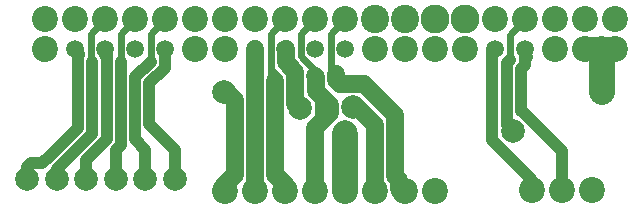
<source format=gbr>
%TF.GenerationSoftware,KiCad,Pcbnew,(5.1.6)-1*%
%TF.CreationDate,2025-02-09T14:16:28-05:00*%
%TF.ProjectId,test_mother_board,74657374-5f6d-46f7-9468-65725f626f61,rev?*%
%TF.SameCoordinates,PX623a7c0PY510ff40*%
%TF.FileFunction,Copper,L2,Bot*%
%TF.FilePolarity,Positive*%
%FSLAX46Y46*%
G04 Gerber Fmt 4.6, Leading zero omitted, Abs format (unit mm)*
G04 Created by KiCad (PCBNEW (5.1.6)-1) date 2025-02-09 14:16:28*
%MOMM*%
%LPD*%
G01*
G04 APERTURE LIST*
%TA.AperFunction,ComponentPad*%
%ADD10C,2.200000*%
%TD*%
%TA.AperFunction,ComponentPad*%
%ADD11C,1.500000*%
%TD*%
%TA.AperFunction,ComponentPad*%
%ADD12C,2.440000*%
%TD*%
%TA.AperFunction,ComponentPad*%
%ADD13C,2.400000*%
%TD*%
%TA.AperFunction,ViaPad*%
%ADD14C,2.000000*%
%TD*%
%TA.AperFunction,Conductor*%
%ADD15C,1.500000*%
%TD*%
%TA.AperFunction,Conductor*%
%ADD16C,2.000000*%
%TD*%
%TA.AperFunction,Conductor*%
%ADD17C,2.200000*%
%TD*%
%TA.AperFunction,Conductor*%
%ADD18C,0.600000*%
%TD*%
%TA.AperFunction,Conductor*%
%ADD19C,1.000000*%
%TD*%
G04 APERTURE END LIST*
D10*
%TO.P,REF\u002A\u002A,3*%
%TO.N,T41_TX1*%
X45220000Y5100000D03*
%TO.P,REF\u002A\u002A,2*%
%TO.N,T41_RX1*%
X47760000Y5100000D03*
%TO.P,REF\u002A\u002A,1*%
%TO.N,GND*%
X50300000Y5100000D03*
%TD*%
%TO.P,J7,1*%
%TO.N,Net-(J7-Pad1)*%
X52300000Y19540000D03*
%TO.P,J7,2*%
%TO.N,+5V*%
X52300000Y17000000D03*
%TO.P,J7,3*%
%TO.N,Net-(J7-Pad3)*%
X49760000Y19540000D03*
%TO.P,J7,4*%
%TO.N,+5V*%
X49760000Y17000000D03*
%TO.P,J7,5*%
%TO.N,Net-(J7-Pad5)*%
X47220000Y19540000D03*
%TO.P,J7,6*%
%TO.N,GND*%
X47220000Y17000000D03*
%TO.P,J7,7*%
%TO.N,RPI_LCD_DC*%
X44680000Y19540000D03*
D11*
%TO.P,J7,8*%
%TO.N,T41_RX1*%
X44680000Y17000000D03*
D10*
%TO.P,J7,9*%
%TO.N,GND*%
X42140000Y19540000D03*
D11*
%TO.P,J7,10*%
%TO.N,T41_TX1*%
X42140000Y17000000D03*
D12*
%TO.P,J7,11*%
%TO.N,Net-(J7-Pad11)*%
X39600000Y19540000D03*
D10*
%TO.P,J7,12*%
%TO.N,I2S_BCLK*%
X39600000Y17000000D03*
D12*
%TO.P,J7,13*%
%TO.N,Net-(J7-Pad13)*%
X37060000Y19540000D03*
D10*
%TO.P,J7,14*%
%TO.N,GND*%
X37060000Y17000000D03*
D13*
%TO.P,J7,15*%
%TO.N,Net-(J7-Pad15)*%
X34520000Y19540000D03*
D10*
%TO.P,J7,16*%
%TO.N,Net-(J7-Pad16)*%
X34520000Y17000000D03*
D13*
%TO.P,J7,17*%
%TO.N,Net-(J7-Pad17)*%
X31980000Y19540000D03*
D10*
%TO.P,J7,18*%
%TO.N,Net-(J7-Pad18)*%
X31980000Y17000000D03*
%TO.P,J7,19*%
%TO.N,RPI_MOSI*%
X29440000Y19540000D03*
D11*
%TO.P,J7,20*%
%TO.N,GND*%
X29440000Y17000000D03*
D10*
%TO.P,J7,21*%
%TO.N,RPI_MISO*%
X26900000Y19540000D03*
D11*
%TO.P,J7,22*%
%TO.N,Net-(J7-Pad22)*%
X26900000Y17000000D03*
D10*
%TO.P,J7,23*%
%TO.N,RPI_SCLK*%
X24360000Y19540000D03*
D11*
%TO.P,J7,24*%
%TO.N,RPI_LCD_CS*%
X24360000Y17000000D03*
D10*
%TO.P,J7,25*%
%TO.N,GND*%
X21820000Y19540000D03*
D11*
%TO.P,J7,26*%
%TO.N,RPI_T_CS*%
X21820000Y17000000D03*
D10*
%TO.P,J7,27*%
%TO.N,Net-(J7-Pad27)*%
X19280000Y19540000D03*
%TO.P,J7,28*%
%TO.N,Net-(J7-Pad28)*%
X19280000Y17000000D03*
%TO.P,J7,29*%
%TO.N,Net-(J7-Pad29)*%
X16740000Y19540000D03*
%TO.P,J7,30*%
%TO.N,GND*%
X16740000Y17000000D03*
%TO.P,J7,31*%
%TO.N,LED_RPI_BUSY*%
X14200000Y19540000D03*
D11*
%TO.P,J7,32*%
%TO.N,RPI_READY*%
X14200000Y17000000D03*
D10*
%TO.P,J7,33*%
%TO.N,LED_RPI_I2S_RX*%
X11660000Y19540000D03*
D11*
%TO.P,J7,34*%
%TO.N,GND*%
X11660000Y17000000D03*
D10*
%TO.P,J7,35*%
%TO.N,I2S_FCLK*%
X9120000Y19540000D03*
D11*
%TO.P,J7,36*%
%TO.N,LED_RPI_I2S_TX*%
X9120000Y17000000D03*
D10*
%TO.P,J7,37*%
%TO.N,Net-(J7-Pad37)*%
X6580000Y19540000D03*
D11*
%TO.P,J7,38*%
%TO.N,I2S_TXB*%
X6580000Y17000000D03*
D10*
%TO.P,J7,39*%
%TO.N,GND*%
X4040000Y19540000D03*
%TO.P,J7,40*%
%TO.N,I2S_RXB*%
X4040000Y17000000D03*
%TD*%
%TO.P,J4,8*%
%TO.N,+5V*%
X19220000Y5000000D03*
%TO.P,J4,7*%
%TO.N,RPI_T_CS*%
X21760000Y5000000D03*
%TO.P,J4,6*%
%TO.N,RPI_SCLK*%
X24300000Y5000000D03*
%TO.P,J4,5*%
%TO.N,RPI_MISO*%
X26840000Y5000000D03*
%TO.P,J4,4*%
%TO.N,RPI_LCD_DC*%
X29380000Y5000000D03*
%TO.P,J4,3*%
%TO.N,RPI_LCD_CS*%
X31920000Y5000000D03*
%TO.P,J4,2*%
%TO.N,RPI_MOSI*%
X34460000Y5000000D03*
%TO.P,J4,1*%
%TO.N,GND*%
X37000000Y5000000D03*
%TD*%
D14*
%TO.N,+5V*%
X51200000Y13400000D03*
X19200000Y13400000D03*
%TO.N,RPI_LCD_DC*%
X43600000Y10100000D03*
X29380000Y10020000D03*
%TO.N,RPI_LCD_CS*%
X25600000Y12000000D03*
X30100000Y12100000D03*
%TO.N,LED_RPI_BUSY*%
X12500000Y6000000D03*
%TO.N,RPI_READY*%
X15000000Y6000000D03*
%TO.N,LED_RPI_I2S_RX*%
X10000000Y6000000D03*
%TO.N,I2S_FCLK*%
X5000000Y6000000D03*
%TO.N,LED_RPI_I2S_TX*%
X7500000Y6000000D03*
%TO.N,I2S_TXB*%
X2500000Y6000000D03*
%TD*%
D15*
%TO.N,+5V*%
X19200000Y13400000D02*
X19200000Y13400000D01*
X19200000Y13400000D02*
X19200000Y13400000D01*
D16*
X51200000Y17000000D02*
X49800000Y17000000D01*
X52300000Y17000000D02*
X51200000Y17000000D01*
D17*
X51200000Y13400000D02*
X51200000Y17000000D01*
D15*
X19400000Y13400000D02*
X20099980Y12700020D01*
X19200000Y13400000D02*
X19400000Y13400000D01*
X20099980Y6373982D02*
X19200000Y5474002D01*
X20099980Y12700020D02*
X20099980Y6373982D01*
X19200000Y5474002D02*
X19200000Y4800000D01*
%TO.N,RPI_T_CS*%
X21820000Y4980000D02*
X21900000Y4900000D01*
X21799990Y16979990D02*
X21799990Y5000010D01*
X21820000Y17000000D02*
X21799990Y16979990D01*
D18*
%TO.N,RPI_SCLK*%
X24360000Y19540000D02*
X23109999Y18289999D01*
D15*
X24300000Y5600000D02*
X23520010Y6379990D01*
X24300000Y5000000D02*
X24300000Y5600000D01*
X23500000Y13500000D02*
X23500000Y14300000D01*
X23520010Y11979990D02*
X23520010Y13500000D01*
X23520010Y11979990D02*
X23520010Y12800000D01*
X23520010Y6379990D02*
X23520010Y11979990D01*
D18*
X23109999Y15390001D02*
X23109999Y14709999D01*
X23109999Y18289999D02*
X23109999Y15390001D01*
X23500000Y15014436D02*
X23500000Y14300000D01*
X23149979Y15364457D02*
X23500000Y15014436D01*
%TO.N,RPI_MISO*%
X26900000Y19540000D02*
X25649999Y18289999D01*
X25649999Y16399999D02*
X26900000Y15149998D01*
X25649999Y18289999D02*
X25649999Y16399999D01*
X26900000Y15149998D02*
X26900000Y14700000D01*
D15*
X26840000Y10353998D02*
X28100000Y11613998D01*
X26920030Y13479970D02*
X26920030Y14679970D01*
X28100000Y11613998D02*
X28100000Y12300000D01*
X26920030Y14679970D02*
X26900000Y14700000D01*
X28100000Y12300000D02*
X26920030Y13479970D01*
X27600000Y12340000D02*
X27600000Y11620000D01*
X26840000Y10353998D02*
X26840000Y5060000D01*
D18*
%TO.N,RPI_LCD_DC*%
X44680000Y19540000D02*
X43390001Y18250001D01*
X43390001Y18250001D02*
X43390001Y16090001D01*
D17*
X29380000Y5000000D02*
X29380000Y9799999D01*
D19*
X43100009Y10599991D02*
X43600000Y10100000D01*
X43393001Y16106999D02*
X43100009Y15814007D01*
X43100009Y15814007D02*
X43100009Y10599991D01*
D15*
%TO.N,RPI_LCD_CS*%
X25220020Y13504167D02*
X25220020Y13975804D01*
X25199991Y15082227D02*
X24399989Y15882228D01*
X25199991Y13995833D02*
X25199991Y15082227D01*
X24399989Y15882228D02*
X24399989Y17000000D01*
X25220020Y12379980D02*
X25600000Y12000000D01*
X25220020Y13975804D02*
X25220020Y12379980D01*
X25199991Y13995833D02*
X25220020Y13975804D01*
X31920000Y5000000D02*
X31920000Y10580000D01*
X31920000Y10580000D02*
X30500000Y12000000D01*
D18*
%TO.N,RPI_MOSI*%
X28189999Y18289999D02*
X28189999Y14910001D01*
X29440000Y19540000D02*
X28189999Y18289999D01*
D15*
X28950001Y14050001D02*
X28620040Y14379962D01*
X31036001Y14050001D02*
X28950001Y14050001D01*
X33620010Y11465992D02*
X31036001Y14050001D01*
X34100000Y5000000D02*
X33970001Y5129999D01*
X33970001Y5129999D02*
X33970001Y5929999D01*
X33970001Y5929999D02*
X33620010Y6279990D01*
X28620040Y14379962D02*
X28620040Y14910001D01*
X34460000Y5000000D02*
X34100000Y5000000D01*
X33620010Y6279990D02*
X33620010Y11465992D01*
%TO.N,I2S_BCLK*%
X39600000Y17000000D02*
X39600000Y16800000D01*
D18*
%TO.N,LED_RPI_BUSY*%
X12949999Y18289999D02*
X12949999Y15950001D01*
X14200000Y19540000D02*
X12949999Y18289999D01*
D19*
X11630040Y14630042D02*
X12949999Y15950001D01*
X11630040Y11130040D02*
X11630040Y14630042D01*
X11630040Y11130040D02*
X11630040Y9369960D01*
X11630040Y9369960D02*
X12500000Y8500000D01*
X12500000Y8500000D02*
X12500000Y6000000D01*
X12500000Y6000000D02*
X12500000Y6000000D01*
%TO.N,RPI_READY*%
X14150008Y16250008D02*
X14150008Y15452940D01*
X14200000Y17000000D02*
X14200000Y16300000D01*
X14200000Y16300000D02*
X14150008Y16250008D01*
X14150008Y15452940D02*
X12830050Y14132982D01*
X12830050Y14132982D02*
X12830050Y11000000D01*
X12830050Y11000000D02*
X12830050Y10969950D01*
X14500000Y6000000D02*
X14500000Y6000000D01*
X15000000Y8500000D02*
X15000000Y6000000D01*
X12830050Y11000000D02*
X12830050Y10669950D01*
X12830050Y10669950D02*
X15000000Y8500000D01*
D18*
%TO.N,LED_RPI_I2S_RX*%
X10409999Y18289999D02*
X10409999Y15909999D01*
X11660000Y19540000D02*
X10409999Y18289999D01*
D19*
X10430030Y10930030D02*
X10430030Y15909999D01*
X10430030Y10930030D02*
X10430030Y9500000D01*
X10430030Y9500000D02*
X10430030Y9430030D01*
X10430030Y8872900D02*
X10000000Y8442870D01*
X10430030Y9430030D02*
X10430030Y8872900D01*
X10000000Y8442870D02*
X10000000Y6000000D01*
X10000000Y6000000D02*
X10000000Y6000000D01*
D18*
%TO.N,I2S_FCLK*%
X7869999Y18289999D02*
X7869999Y15830001D01*
X9120000Y19540000D02*
X7869999Y18289999D01*
D19*
X8030010Y15338727D02*
X8030010Y15943988D01*
X8030010Y11030010D02*
X8030010Y15338727D01*
X8030010Y9867020D02*
X5000000Y6837010D01*
X8030010Y11030010D02*
X8030010Y9867020D01*
X5000000Y6837010D02*
X5000000Y6000000D01*
X5000000Y6000000D02*
X5000000Y6000000D01*
%TO.N,LED_RPI_I2S_TX*%
X9120000Y16551068D02*
X9120000Y17000000D01*
X9230020Y16441048D02*
X9120000Y16551068D01*
X7500000Y7639940D02*
X9230020Y9369960D01*
X9230020Y9369960D02*
X9230020Y16441048D01*
X7500000Y6000000D02*
X7500000Y6000000D01*
X7500000Y6000000D02*
X7500000Y7639940D01*
%TO.N,I2S_TXB*%
X6580000Y16920000D02*
X6869989Y16630011D01*
X6580000Y17000000D02*
X6580000Y16920000D01*
X6869989Y16481037D02*
X6830000Y16441048D01*
X6869989Y16630011D02*
X6869989Y16481037D01*
X6830000Y10364080D02*
X4465920Y8000000D01*
X6830000Y16441048D02*
X6830000Y10364080D01*
X3799991Y7334071D02*
X2834071Y7334071D01*
X4465920Y8000000D02*
X3799991Y7334071D01*
X2834071Y7334071D02*
X2500000Y7000000D01*
X2500000Y7000000D02*
X2500000Y6000000D01*
X2500000Y6000000D02*
X2500000Y6000000D01*
D15*
%TO.N,I2S_RXB*%
X4040000Y16840000D02*
X3900000Y16700000D01*
X4040000Y17000000D02*
X4040000Y16840000D01*
D19*
%TO.N,T41_RX1*%
X44680000Y16497072D02*
X44800010Y16377062D01*
X44680000Y17000000D02*
X44680000Y16497072D01*
X44680000Y17000000D02*
X44680000Y15696928D01*
X44300019Y15316947D02*
X44300019Y15250001D01*
X44680000Y15696928D02*
X44300019Y15316947D01*
X44300019Y15316947D02*
X44300019Y11800001D01*
X44416001Y11800001D02*
X47800000Y8416002D01*
X44300019Y11800001D02*
X44416001Y11800001D01*
X47800000Y8416002D02*
X47800000Y4900000D01*
%TO.N,T41_TX1*%
X41899999Y15250001D02*
X41899999Y16699999D01*
X41899999Y15250001D02*
X41899999Y15799999D01*
X41899999Y9283999D02*
X45200000Y5983998D01*
X41899999Y15250001D02*
X41899999Y9283999D01*
X45200000Y5983998D02*
X45200000Y5100000D01*
%TD*%
M02*

</source>
